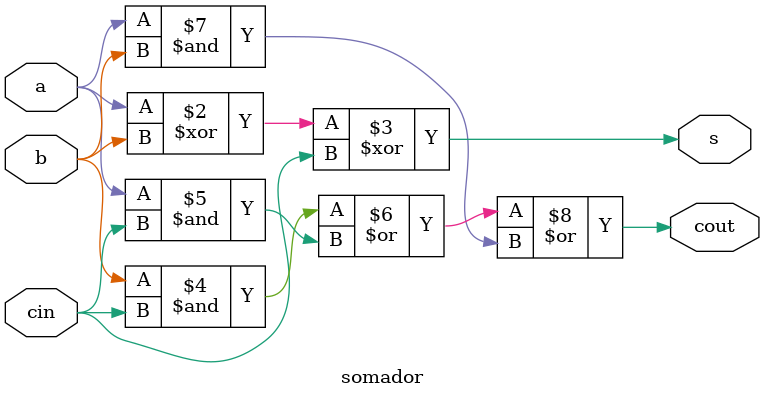
<source format=v>
module somador(a, b,cin, s, cout);
    input a, b,cin;
    output reg s,cout;

    always@(a,b,cin)begin
    s = (a ^ b) ^ cin;
    cout = (b&cin) | (a&cin) | (a&b);
    end
endmodule
</source>
